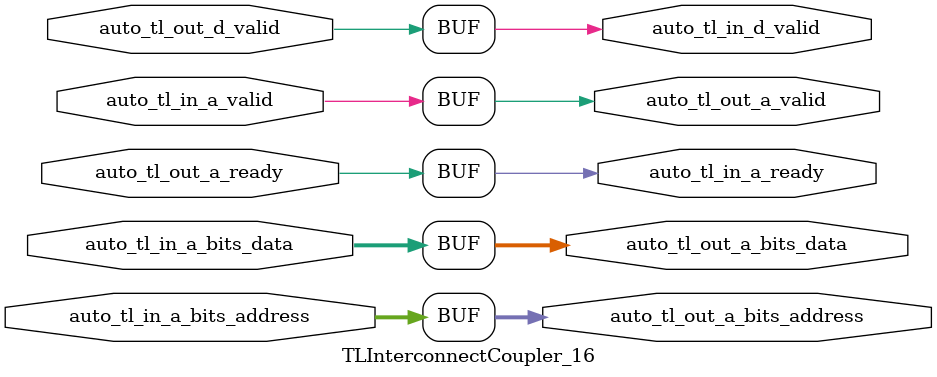
<source format=v>
module TLInterconnectCoupler_16(
  output        auto_tl_in_a_ready,
  input         auto_tl_in_a_valid,
  input  [30:0] auto_tl_in_a_bits_address,
  input  [63:0] auto_tl_in_a_bits_data,
  output        auto_tl_in_d_valid,
  input         auto_tl_out_a_ready,
  output        auto_tl_out_a_valid,
  output [30:0] auto_tl_out_a_bits_address,
  output [63:0] auto_tl_out_a_bits_data,
  input         auto_tl_out_d_valid
);
  assign auto_tl_in_a_ready = auto_tl_out_a_ready; 
  assign auto_tl_in_d_valid = auto_tl_out_d_valid; 
  assign auto_tl_out_a_valid = auto_tl_in_a_valid; 
  assign auto_tl_out_a_bits_address = auto_tl_in_a_bits_address; 
  assign auto_tl_out_a_bits_data = auto_tl_in_a_bits_data; 
endmodule
</source>
